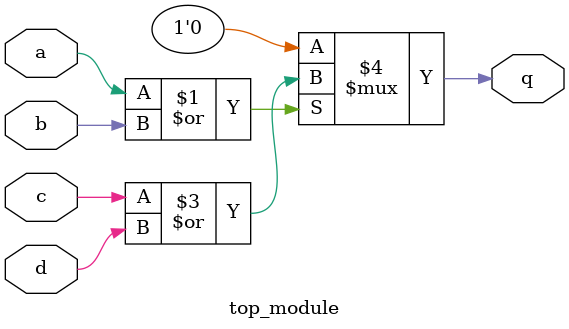
<source format=v>
module top_module (
    input a,
    input b,
    input c,
    input d,
    output q );//

    assign q =~(a | b)?1'b0:(c|d); 

endmodule

</source>
